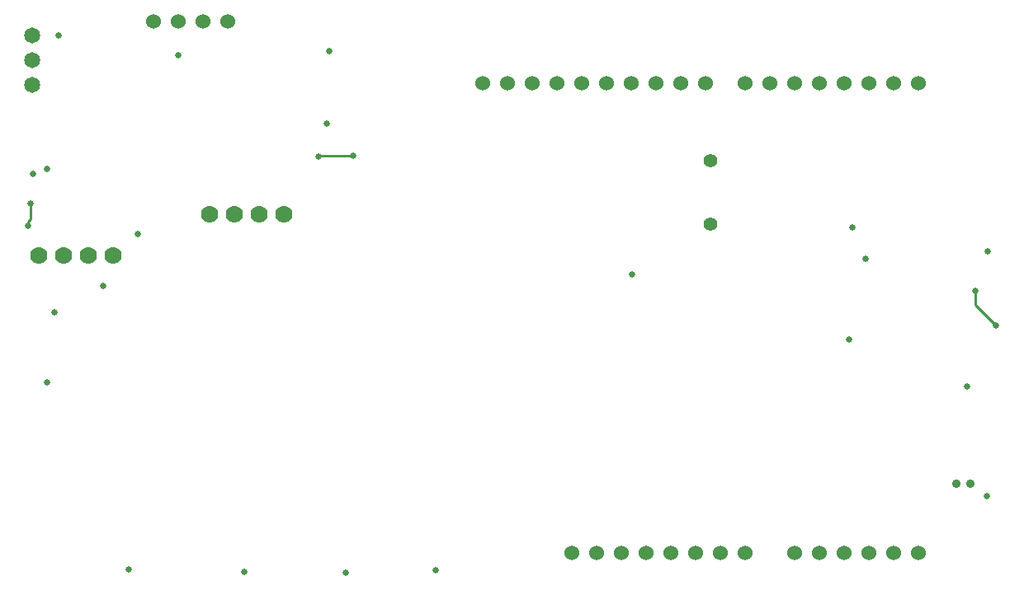
<source format=gbl>
G04*
G04 #@! TF.GenerationSoftware,Altium Limited,Altium Designer,21.6.4 (81)*
G04*
G04 Layer_Physical_Order=4*
G04 Layer_Color=16711680*
%FSLAX25Y25*%
%MOIN*%
G70*
G04*
G04 #@! TF.SameCoordinates,570C5102-FFD4-49C7-812D-166F0CB68569*
G04*
G04*
G04 #@! TF.FilePolarity,Positive*
G04*
G01*
G75*
%ADD13C,0.01000*%
%ADD38C,0.06000*%
%ADD39C,0.07000*%
%ADD40C,0.03543*%
%ADD41C,0.06496*%
%ADD42C,0.05543*%
%ADD43C,0.02500*%
D13*
X127600Y188700D02*
X141200D01*
X127500Y188800D02*
X127600Y188700D01*
X392400Y128500D02*
Y134000D01*
Y128500D02*
X400900Y120000D01*
X9800Y160500D02*
Y162100D01*
X10600Y162900D01*
Y169500D01*
X127200Y188500D02*
X127500Y188800D01*
D38*
X319300Y28100D02*
D03*
X329300D02*
D03*
X339300D02*
D03*
X349300D02*
D03*
X369300D02*
D03*
X359300D02*
D03*
X299300Y218100D02*
D03*
X309300D02*
D03*
X319300D02*
D03*
X329300D02*
D03*
X339300D02*
D03*
X349300D02*
D03*
X359300D02*
D03*
X369300D02*
D03*
X299300Y28100D02*
D03*
X289300D02*
D03*
X279300D02*
D03*
X269300D02*
D03*
X259300D02*
D03*
X249300D02*
D03*
X239300D02*
D03*
X229300D02*
D03*
X193300Y218100D02*
D03*
X203300D02*
D03*
X213300D02*
D03*
X223300D02*
D03*
X233300D02*
D03*
X243300D02*
D03*
X253300D02*
D03*
X263300D02*
D03*
X273300D02*
D03*
X283300D02*
D03*
X90500Y243000D02*
D03*
X80500D02*
D03*
X70500D02*
D03*
X60500D02*
D03*
D03*
D39*
X93000Y165000D02*
D03*
X83000D02*
D03*
X113000D02*
D03*
X103000D02*
D03*
X34000Y148500D02*
D03*
X44000D02*
D03*
X14000D02*
D03*
X24000D02*
D03*
D40*
X390256Y56228D02*
D03*
X384744D02*
D03*
D41*
X11500Y237500D02*
D03*
Y227500D02*
D03*
Y217500D02*
D03*
D42*
X285500Y161205D02*
D03*
Y186795D02*
D03*
D43*
X141200Y188700D02*
D03*
X342700Y159600D02*
D03*
X400900Y120000D02*
D03*
X9800Y160500D02*
D03*
X10600Y169500D02*
D03*
X17400Y183500D02*
D03*
X11800Y181300D02*
D03*
X397300Y150100D02*
D03*
X127200Y188500D02*
D03*
X392400Y134000D02*
D03*
X20500Y125500D02*
D03*
X54000Y157000D02*
D03*
X341500Y114500D02*
D03*
X397000Y51000D02*
D03*
X17500Y97000D02*
D03*
X253750Y140750D02*
D03*
X130400Y201600D02*
D03*
X131500Y231000D02*
D03*
X389000Y95500D02*
D03*
X348200Y147000D02*
D03*
X138000Y20000D02*
D03*
X174500Y21000D02*
D03*
X97000Y20500D02*
D03*
X50500Y21500D02*
D03*
X40000Y136000D02*
D03*
X70500Y229500D02*
D03*
X22000Y237500D02*
D03*
M02*

</source>
